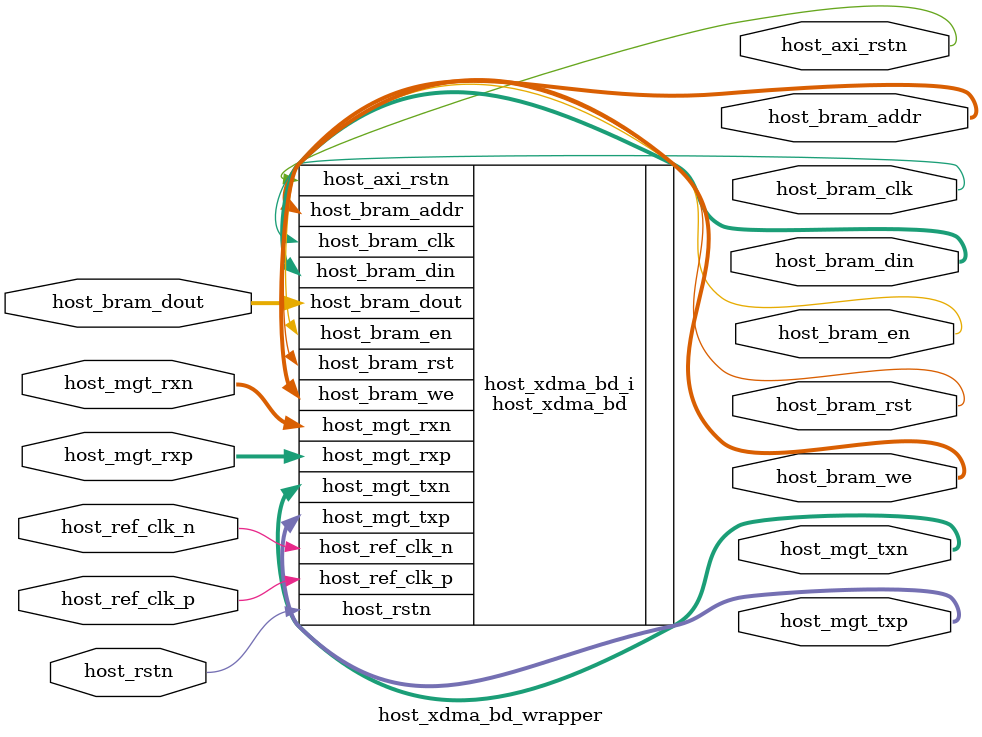
<source format=v>
`timescale 1 ps / 1 ps

module host_xdma_bd_wrapper
   (host_axi_rstn,
    host_bram_addr,
    host_bram_clk,
    host_bram_din,
    host_bram_dout,
    host_bram_en,
    host_bram_rst,
    host_bram_we,
    host_mgt_rxn,
    host_mgt_rxp,
    host_mgt_txn,
    host_mgt_txp,
    host_ref_clk_n,
    host_ref_clk_p,
    host_rstn);
  output host_axi_rstn;
  output [19:0]host_bram_addr;
  output host_bram_clk;
  output [31:0]host_bram_din;
  input [31:0]host_bram_dout;
  output host_bram_en;
  output host_bram_rst;
  output [3:0]host_bram_we;
  input [15:0]host_mgt_rxn;
  input [15:0]host_mgt_rxp;
  output [15:0]host_mgt_txn;
  output [15:0]host_mgt_txp;
  input [0:0]host_ref_clk_n;
  input [0:0]host_ref_clk_p;
  input host_rstn;

  wire host_axi_rstn;
  wire [19:0]host_bram_addr;
  wire host_bram_clk;
  wire [31:0]host_bram_din;
  wire [31:0]host_bram_dout;
  wire host_bram_en;
  wire host_bram_rst;
  wire [3:0]host_bram_we;
  wire [15:0]host_mgt_rxn;
  wire [15:0]host_mgt_rxp;
  wire [15:0]host_mgt_txn;
  wire [15:0]host_mgt_txp;
  wire [0:0]host_ref_clk_n;
  wire [0:0]host_ref_clk_p;
  wire host_rstn;

  host_xdma_bd host_xdma_bd_i
       (.host_axi_rstn(host_axi_rstn),
        .host_bram_addr(host_bram_addr),
        .host_bram_clk(host_bram_clk),
        .host_bram_din(host_bram_din),
        .host_bram_dout(host_bram_dout),
        .host_bram_en(host_bram_en),
        .host_bram_rst(host_bram_rst),
        .host_bram_we(host_bram_we),
        .host_mgt_rxn(host_mgt_rxn),
        .host_mgt_rxp(host_mgt_rxp),
        .host_mgt_txn(host_mgt_txn),
        .host_mgt_txp(host_mgt_txp),
        .host_ref_clk_n(host_ref_clk_n),
        .host_ref_clk_p(host_ref_clk_p),
        .host_rstn(host_rstn));
endmodule

</source>
